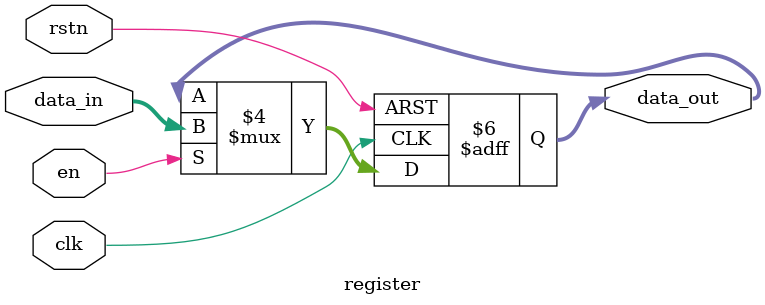
<source format=v>
module register #(
    parameter WIDTH = 4
) (
    input                     clk,
    input                     en,
    input                     rstn,
    input        [WIDTH-1:0]  data_in,
    output  reg  [WIDTH-1:0]  data_out
);

always @(posedge clk or negedge rstn) begin
    if (!rstn) begin
        data_out <= 4'd0;
    end else begin
        if (en) begin
            data_out <= data_in;
        end else begin
            data_out <= data_out;
        end
    end
end

endmodule
</source>
